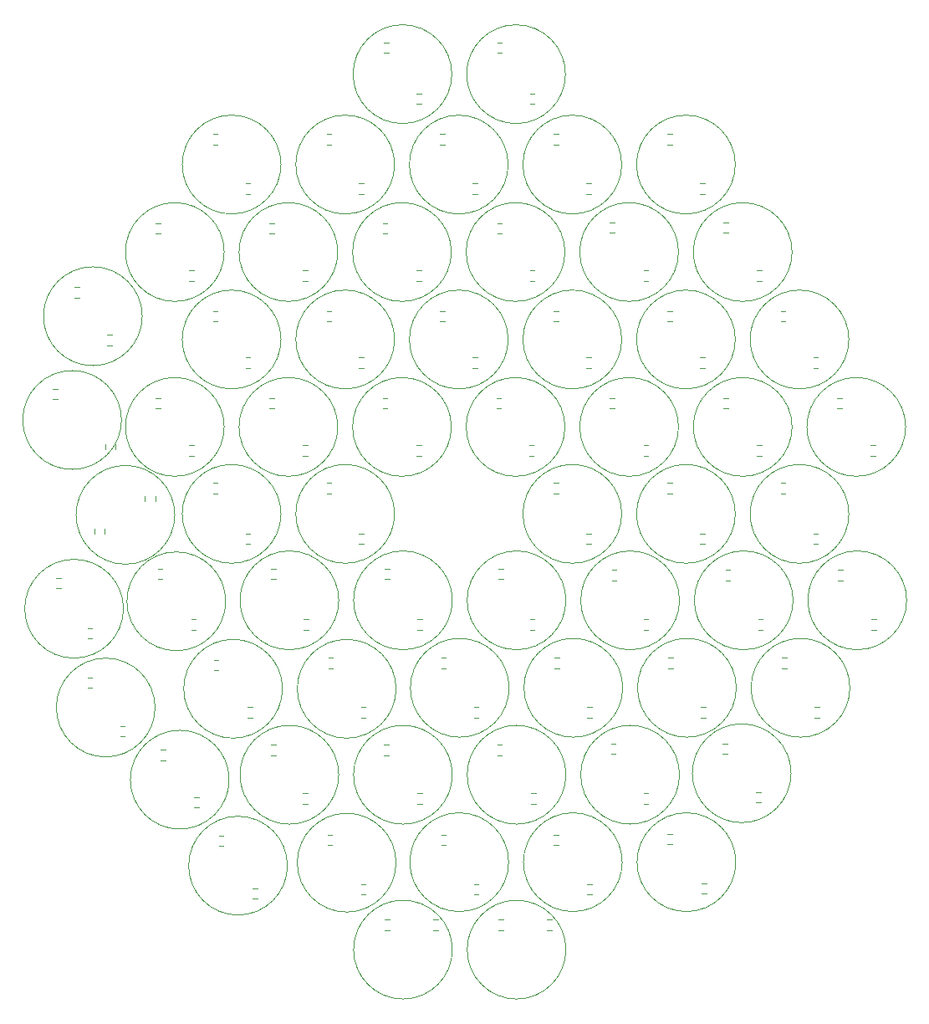
<source format=gbr>
%TF.GenerationSoftware,KiCad,Pcbnew,5.1.10*%
%TF.CreationDate,2021-07-04T18:04:24+02:00*%
%TF.ProjectId,test_10,74657374-5f31-4302-9e6b-696361645f70,0.1*%
%TF.SameCoordinates,Original*%
%TF.FileFunction,Legend,Top*%
%TF.FilePolarity,Positive*%
%FSLAX46Y46*%
G04 Gerber Fmt 4.6, Leading zero omitted, Abs format (unit mm)*
G04 Created by KiCad (PCBNEW 5.1.10) date 2021-07-04 18:04:24*
%MOMM*%
%LPD*%
G01*
G04 APERTURE LIST*
%ADD10C,0.120000*%
G04 APERTURE END LIST*
D10*
%TO.C,R124*%
X365222500Y-242962742D02*
X365222500Y-243437258D01*
X364177500Y-242962742D02*
X364177500Y-243437258D01*
%TO.C,R123*%
X408862742Y-291077500D02*
X409337258Y-291077500D01*
X408862742Y-292122500D02*
X409337258Y-292122500D01*
%TO.C,R122*%
X397362742Y-291077500D02*
X397837258Y-291077500D01*
X397362742Y-292122500D02*
X397837258Y-292122500D01*
%TO.C,R121*%
X358862742Y-237377500D02*
X359337258Y-237377500D01*
X358862742Y-238422500D02*
X359337258Y-238422500D01*
%TO.C,R120*%
X403962742Y-291077500D02*
X404437258Y-291077500D01*
X403962742Y-292122500D02*
X404437258Y-292122500D01*
%TO.C,R119*%
X392462742Y-291077500D02*
X392937258Y-291077500D01*
X392462742Y-292122500D02*
X392937258Y-292122500D01*
%TO.C,LS62*%
X365800000Y-240500000D02*
G75*
G03*
X365800000Y-240500000I-5000000J0D01*
G01*
%TO.C,LS61*%
X410800000Y-294100000D02*
G75*
G03*
X410800000Y-294100000I-5000000J0D01*
G01*
%TO.C,LS60*%
X399300000Y-294100000D02*
G75*
G03*
X399300000Y-294100000I-5000000J0D01*
G01*
%TO.C,LS59*%
X382600000Y-285600000D02*
G75*
G03*
X382600000Y-285600000I-5000000J0D01*
G01*
%TO.C,LS58*%
X393600000Y-285300000D02*
G75*
G03*
X393600000Y-285300000I-5000000J0D01*
G01*
%TO.C,LS32*%
X433800000Y-258750000D02*
G75*
G03*
X433800000Y-258750000I-5000000J0D01*
G01*
%TO.C,LS56*%
X428050000Y-267600000D02*
G75*
G03*
X428050000Y-267600000I-5000000J0D01*
G01*
%TO.C,LS57*%
X399300000Y-276400000D02*
G75*
G03*
X399300000Y-276400000I-5000000J0D01*
G01*
%TO.C,LS55*%
X433700000Y-241200000D02*
G75*
G03*
X433700000Y-241200000I-5000000J0D01*
G01*
%TO.C,LS54*%
X427950000Y-250000000D02*
G75*
G03*
X427950000Y-250000000I-5000000J0D01*
G01*
%TO.C,LS53*%
X422300000Y-258750000D02*
G75*
G03*
X422300000Y-258750000I-5000000J0D01*
G01*
%TO.C,LS52*%
X416550000Y-267600000D02*
G75*
G03*
X416550000Y-267600000I-5000000J0D01*
G01*
%TO.C,LS51*%
X439450000Y-250000000D02*
G75*
G03*
X439450000Y-250000000I-5000000J0D01*
G01*
%TO.C,LS50*%
X399250000Y-205500000D02*
G75*
G03*
X399250000Y-205500000I-5000000J0D01*
G01*
%TO.C,LS49*%
X393450000Y-232350000D02*
G75*
G03*
X393450000Y-232350000I-5000000J0D01*
G01*
%TO.C,LS48*%
X399200000Y-223500000D02*
G75*
G03*
X399200000Y-223500000I-5000000J0D01*
G01*
%TO.C,LS47*%
X416450000Y-214650000D02*
G75*
G03*
X416450000Y-214650000I-5000000J0D01*
G01*
%TO.C,LS46*%
X369200000Y-269600000D02*
G75*
G03*
X369200000Y-269600000I-5000000J0D01*
G01*
%TO.C,LS45*%
X381950000Y-250000000D02*
G75*
G03*
X381950000Y-250000000I-5000000J0D01*
G01*
%TO.C,LS44*%
X387700000Y-241200000D02*
G75*
G03*
X387700000Y-241200000I-5000000J0D01*
G01*
%TO.C,LS43*%
X404950000Y-232350000D02*
G75*
G03*
X404950000Y-232350000I-5000000J0D01*
G01*
%TO.C,LS42*%
X410700000Y-223500000D02*
G75*
G03*
X410700000Y-223500000I-5000000J0D01*
G01*
%TO.C,LS41*%
X427950000Y-214650000D02*
G75*
G03*
X427950000Y-214650000I-5000000J0D01*
G01*
%TO.C,LS19*%
X410700000Y-241200000D02*
G75*
G03*
X410700000Y-241200000I-5000000J0D01*
G01*
%TO.C,LS10*%
X422300000Y-276400000D02*
G75*
G03*
X422300000Y-276400000I-5000000J0D01*
G01*
%TO.C,LS38*%
X376350000Y-258850000D02*
G75*
G03*
X376350000Y-258850000I-5000000J0D01*
G01*
%TO.C,LS37*%
X405000000Y-285250000D02*
G75*
G03*
X405000000Y-285250000I-5000000J0D01*
G01*
%TO.C,LS31*%
X393600000Y-267700000D02*
G75*
G03*
X393600000Y-267700000I-5000000J0D01*
G01*
%TO.C,LS40*%
X387800000Y-276400000D02*
G75*
G03*
X387800000Y-276400000I-5000000J0D01*
G01*
%TO.C,LS39*%
X445200000Y-241200000D02*
G75*
G03*
X445200000Y-241200000I-5000000J0D01*
G01*
%TO.C,LS36*%
X410800000Y-276400000D02*
G75*
G03*
X410800000Y-276400000I-5000000J0D01*
G01*
%TO.C,LS35*%
X439550000Y-267600000D02*
G75*
G03*
X439550000Y-267600000I-5000000J0D01*
G01*
%TO.C,LS34*%
X445300000Y-258750000D02*
G75*
G03*
X445300000Y-258750000I-5000000J0D01*
G01*
%TO.C,LS33*%
X433600000Y-276250000D02*
G75*
G03*
X433600000Y-276250000I-5000000J0D01*
G01*
%TO.C,LS20*%
X376200000Y-241200000D02*
G75*
G03*
X376200000Y-241200000I-5000000J0D01*
G01*
%TO.C,LS18*%
X439450000Y-232350000D02*
G75*
G03*
X439450000Y-232350000I-5000000J0D01*
G01*
%TO.C,LS17*%
X422200000Y-241200000D02*
G75*
G03*
X422200000Y-241200000I-5000000J0D01*
G01*
%TO.C,LS16*%
X416450000Y-250000000D02*
G75*
G03*
X416450000Y-250000000I-5000000J0D01*
G01*
%TO.C,LS15*%
X410800000Y-258750000D02*
G75*
G03*
X410800000Y-258750000I-5000000J0D01*
G01*
%TO.C,LS14*%
X405050000Y-267600000D02*
G75*
G03*
X405050000Y-267600000I-5000000J0D01*
G01*
%TO.C,LS13*%
X410750000Y-205500000D02*
G75*
G03*
X410750000Y-205500000I-5000000J0D01*
G01*
%TO.C,LS12*%
X433700000Y-223500000D02*
G75*
G03*
X433700000Y-223500000I-5000000J0D01*
G01*
%TO.C,LS11*%
X427950000Y-232350000D02*
G75*
G03*
X427950000Y-232350000I-5000000J0D01*
G01*
%TO.C,LS30*%
X416500000Y-285250000D02*
G75*
G03*
X416500000Y-285250000I-5000000J0D01*
G01*
%TO.C,LS29*%
X366000000Y-259600000D02*
G75*
G03*
X366000000Y-259600000I-5000000J0D01*
G01*
%TO.C,LS28*%
X399300000Y-258750000D02*
G75*
G03*
X399300000Y-258750000I-5000000J0D01*
G01*
%TO.C,LS27*%
X382100000Y-267700000D02*
G75*
G03*
X382100000Y-267700000I-5000000J0D01*
G01*
%TO.C,LS26*%
X371200000Y-250100000D02*
G75*
G03*
X371200000Y-250100000I-5000000J0D01*
G01*
%TO.C,LS25*%
X422200000Y-223500000D02*
G75*
G03*
X422200000Y-223500000I-5000000J0D01*
G01*
%TO.C,LS24*%
X416450000Y-232350000D02*
G75*
G03*
X416450000Y-232350000I-5000000J0D01*
G01*
%TO.C,LS23*%
X399200000Y-241200000D02*
G75*
G03*
X399200000Y-241200000I-5000000J0D01*
G01*
%TO.C,LS22*%
X393450000Y-250000000D02*
G75*
G03*
X393450000Y-250000000I-5000000J0D01*
G01*
%TO.C,LS21*%
X387800000Y-258750000D02*
G75*
G03*
X387800000Y-258750000I-5000000J0D01*
G01*
%TO.C,LS9*%
X381950000Y-214650000D02*
G75*
G03*
X381950000Y-214650000I-5000000J0D01*
G01*
%TO.C,LS8*%
X367900000Y-230000000D02*
G75*
G03*
X367900000Y-230000000I-5000000J0D01*
G01*
%TO.C,LS7*%
X376200000Y-223500000D02*
G75*
G03*
X376200000Y-223500000I-5000000J0D01*
G01*
%TO.C,LS6*%
X393450000Y-214650000D02*
G75*
G03*
X393450000Y-214650000I-5000000J0D01*
G01*
%TO.C,LS5*%
X428000000Y-285250000D02*
G75*
G03*
X428000000Y-285250000I-5000000J0D01*
G01*
%TO.C,LS4*%
X381950000Y-232350000D02*
G75*
G03*
X381950000Y-232350000I-5000000J0D01*
G01*
%TO.C,LS3*%
X387700000Y-223500000D02*
G75*
G03*
X387700000Y-223500000I-5000000J0D01*
G01*
%TO.C,LS2*%
X404950000Y-214650000D02*
G75*
G03*
X404950000Y-214650000I-5000000J0D01*
G01*
%TO.C,LS1*%
X376700000Y-276900000D02*
G75*
G03*
X376700000Y-276900000I-5000000J0D01*
G01*
%TO.C,R118*%
X379537258Y-287877500D02*
X379062742Y-287877500D01*
X379537258Y-288922500D02*
X379062742Y-288922500D01*
%TO.C,R109*%
X375662742Y-283622500D02*
X376137258Y-283622500D01*
X375662742Y-282577500D02*
X376137258Y-282577500D01*
%TO.C,R117*%
X390537258Y-287477500D02*
X390062742Y-287477500D01*
X390537258Y-288522500D02*
X390062742Y-288522500D01*
%TO.C,R108*%
X386662742Y-283522500D02*
X387137258Y-283522500D01*
X386662742Y-282477500D02*
X387137258Y-282477500D01*
%TO.C,R116*%
X396237258Y-278277500D02*
X395762742Y-278277500D01*
X396237258Y-279322500D02*
X395762742Y-279322500D01*
%TO.C,R115*%
X424937258Y-269577500D02*
X424462742Y-269577500D01*
X424937258Y-270622500D02*
X424462742Y-270622500D01*
%TO.C,R114*%
X430637258Y-243077500D02*
X430162742Y-243077500D01*
X430637258Y-244122500D02*
X430162742Y-244122500D01*
%TO.C,R113*%
X424837258Y-251977500D02*
X424362742Y-251977500D01*
X424837258Y-253022500D02*
X424362742Y-253022500D01*
%TO.C,R112*%
X419137258Y-260677500D02*
X418662742Y-260677500D01*
X419137258Y-261722500D02*
X418662742Y-261722500D01*
%TO.C,R111*%
X413437258Y-269577500D02*
X412962742Y-269577500D01*
X413437258Y-270622500D02*
X412962742Y-270622500D01*
%TO.C,R110*%
X436337258Y-251977500D02*
X435862742Y-251977500D01*
X436337258Y-253022500D02*
X435862742Y-253022500D01*
%TO.C,R107*%
X392362742Y-274422500D02*
X392837258Y-274422500D01*
X392362742Y-273377500D02*
X392837258Y-273377500D01*
%TO.C,R106*%
X421162742Y-265622500D02*
X421637258Y-265622500D01*
X421162742Y-264577500D02*
X421637258Y-264577500D01*
%TO.C,R105*%
X426762742Y-239322500D02*
X427237258Y-239322500D01*
X426762742Y-238277500D02*
X427237258Y-238277500D01*
%TO.C,R104*%
X421062742Y-247922500D02*
X421537258Y-247922500D01*
X421062742Y-246877500D02*
X421537258Y-246877500D01*
%TO.C,R103*%
X415462742Y-256722500D02*
X415937258Y-256722500D01*
X415462742Y-255677500D02*
X415937258Y-255677500D01*
%TO.C,R102*%
X409662742Y-265622500D02*
X410137258Y-265622500D01*
X409662742Y-264577500D02*
X410137258Y-264577500D01*
%TO.C,R101*%
X432562742Y-247922500D02*
X433037258Y-247922500D01*
X432562742Y-246877500D02*
X433037258Y-246877500D01*
%TO.C,R100*%
X396137258Y-207477500D02*
X395662742Y-207477500D01*
X396137258Y-208522500D02*
X395662742Y-208522500D01*
%TO.C,R99*%
X390337258Y-234177500D02*
X389862742Y-234177500D01*
X390337258Y-235222500D02*
X389862742Y-235222500D01*
%TO.C,R98*%
X396137258Y-225377500D02*
X395662742Y-225377500D01*
X396137258Y-226422500D02*
X395662742Y-226422500D01*
%TO.C,R97*%
X413337258Y-216577500D02*
X412862742Y-216577500D01*
X413337258Y-217622500D02*
X412862742Y-217622500D01*
%TO.C,R96*%
X366137258Y-271477500D02*
X365662742Y-271477500D01*
X366137258Y-272522500D02*
X365662742Y-272522500D01*
%TO.C,R95*%
X378837258Y-251977500D02*
X378362742Y-251977500D01*
X378837258Y-253022500D02*
X378362742Y-253022500D01*
%TO.C,R94*%
X384637258Y-243077500D02*
X384162742Y-243077500D01*
X384637258Y-244122500D02*
X384162742Y-244122500D01*
%TO.C,R93*%
X401837258Y-234177500D02*
X401362742Y-234177500D01*
X401837258Y-235222500D02*
X401362742Y-235222500D01*
%TO.C,R92*%
X407637258Y-225377500D02*
X407162742Y-225377500D01*
X407637258Y-226422500D02*
X407162742Y-226422500D01*
%TO.C,R91*%
X424837258Y-216577500D02*
X424362742Y-216577500D01*
X424837258Y-217622500D02*
X424362742Y-217622500D01*
%TO.C,R90*%
X392362742Y-203322500D02*
X392837258Y-203322500D01*
X392362742Y-202277500D02*
X392837258Y-202277500D01*
%TO.C,R89*%
X386562742Y-230522500D02*
X387037258Y-230522500D01*
X386562742Y-229477500D02*
X387037258Y-229477500D01*
%TO.C,R88*%
X392262742Y-221622500D02*
X392737258Y-221622500D01*
X392262742Y-220577500D02*
X392737258Y-220577500D01*
%TO.C,R87*%
X409562742Y-212622500D02*
X410037258Y-212622500D01*
X409562742Y-211577500D02*
X410037258Y-211577500D01*
%TO.C,R86*%
X362362742Y-267622500D02*
X362837258Y-267622500D01*
X362362742Y-266577500D02*
X362837258Y-266577500D01*
%TO.C,R85*%
X375062742Y-247922500D02*
X375537258Y-247922500D01*
X375062742Y-246877500D02*
X375537258Y-246877500D01*
%TO.C,R84*%
X380762742Y-239322500D02*
X381237258Y-239322500D01*
X380762742Y-238277500D02*
X381237258Y-238277500D01*
%TO.C,R83*%
X398062742Y-230522500D02*
X398537258Y-230522500D01*
X398062742Y-229477500D02*
X398537258Y-229477500D01*
%TO.C,R82*%
X403862742Y-221622500D02*
X404337258Y-221622500D01*
X403862742Y-220577500D02*
X404337258Y-220577500D01*
%TO.C,R81*%
X421062742Y-212622500D02*
X421537258Y-212622500D01*
X421062742Y-211577500D02*
X421537258Y-211577500D01*
%TO.C,R80*%
X384637258Y-278277500D02*
X384162742Y-278277500D01*
X384637258Y-279322500D02*
X384162742Y-279322500D01*
%TO.C,R79*%
X442137258Y-243077500D02*
X441662742Y-243077500D01*
X442137258Y-244122500D02*
X441662742Y-244122500D01*
%TO.C,R78*%
X373337258Y-260677500D02*
X372862742Y-260677500D01*
X373337258Y-261722500D02*
X372862742Y-261722500D01*
%TO.C,R77*%
X401937258Y-287477500D02*
X401462742Y-287477500D01*
X401937258Y-288522500D02*
X401462742Y-288522500D01*
%TO.C,R76*%
X407737258Y-278277500D02*
X407262742Y-278277500D01*
X407737258Y-279322500D02*
X407262742Y-279322500D01*
%TO.C,R75*%
X436437258Y-269577500D02*
X435962742Y-269577500D01*
X436437258Y-270622500D02*
X435962742Y-270622500D01*
%TO.C,R74*%
X442237258Y-260677500D02*
X441762742Y-260677500D01*
X442237258Y-261722500D02*
X441762742Y-261722500D01*
%TO.C,R73*%
X430537258Y-278177500D02*
X430062742Y-278177500D01*
X430537258Y-279222500D02*
X430062742Y-279222500D01*
%TO.C,R40*%
X373137258Y-243077500D02*
X372662742Y-243077500D01*
X373137258Y-244122500D02*
X372662742Y-244122500D01*
%TO.C,R39*%
X407537258Y-243077500D02*
X407062742Y-243077500D01*
X407537258Y-244122500D02*
X407062742Y-244122500D01*
%TO.C,R38*%
X436337258Y-234177500D02*
X435862742Y-234177500D01*
X436337258Y-235222500D02*
X435862742Y-235222500D01*
%TO.C,R37*%
X419137258Y-243077500D02*
X418662742Y-243077500D01*
X419137258Y-244122500D02*
X418662742Y-244122500D01*
%TO.C,R36*%
X413337258Y-251977500D02*
X412862742Y-251977500D01*
X413337258Y-253022500D02*
X412862742Y-253022500D01*
%TO.C,R35*%
X407637258Y-260677500D02*
X407162742Y-260677500D01*
X407637258Y-261722500D02*
X407162742Y-261722500D01*
%TO.C,R34*%
X401937258Y-269577500D02*
X401462742Y-269577500D01*
X401937258Y-270622500D02*
X401462742Y-270622500D01*
%TO.C,R33*%
X407637258Y-207477500D02*
X407162742Y-207477500D01*
X407637258Y-208522500D02*
X407162742Y-208522500D01*
%TO.C,R32*%
X430637258Y-225377500D02*
X430162742Y-225377500D01*
X430637258Y-226422500D02*
X430162742Y-226422500D01*
%TO.C,R31*%
X424837258Y-234177500D02*
X424362742Y-234177500D01*
X424837258Y-235222500D02*
X424362742Y-235222500D01*
%TO.C,R72*%
X430737258Y-260677500D02*
X430262742Y-260677500D01*
X430737258Y-261722500D02*
X430262742Y-261722500D01*
%TO.C,R71*%
X390537258Y-269577500D02*
X390062742Y-269577500D01*
X390537258Y-270622500D02*
X390062742Y-270622500D01*
%TO.C,R70*%
X380962742Y-274422500D02*
X381437258Y-274422500D01*
X380962742Y-273377500D02*
X381437258Y-273377500D01*
%TO.C,R69*%
X438262742Y-239322500D02*
X438737258Y-239322500D01*
X438262742Y-238277500D02*
X438737258Y-238277500D01*
%TO.C,R68*%
X369462742Y-256622500D02*
X369937258Y-256622500D01*
X369462742Y-255577500D02*
X369937258Y-255577500D01*
%TO.C,R67*%
X398162742Y-283522500D02*
X398637258Y-283522500D01*
X398162742Y-282477500D02*
X398637258Y-282477500D01*
%TO.C,R66*%
X403862742Y-274422500D02*
X404337258Y-274422500D01*
X403862742Y-273377500D02*
X404337258Y-273377500D01*
%TO.C,R65*%
X432662742Y-265622500D02*
X433137258Y-265622500D01*
X432662742Y-264577500D02*
X433137258Y-264577500D01*
%TO.C,R64*%
X438362742Y-256722500D02*
X438837258Y-256722500D01*
X438362742Y-255677500D02*
X438837258Y-255677500D01*
%TO.C,R63*%
X426662742Y-274322500D02*
X427137258Y-274322500D01*
X426662742Y-273277500D02*
X427137258Y-273277500D01*
%TO.C,R30*%
X369262742Y-239322500D02*
X369737258Y-239322500D01*
X369262742Y-238277500D02*
X369737258Y-238277500D01*
%TO.C,R29*%
X403762742Y-239322500D02*
X404237258Y-239322500D01*
X403762742Y-238277500D02*
X404237258Y-238277500D01*
%TO.C,R28*%
X432562742Y-230522500D02*
X433037258Y-230522500D01*
X432562742Y-229477500D02*
X433037258Y-229477500D01*
%TO.C,R27*%
X415262742Y-239322500D02*
X415737258Y-239322500D01*
X415262742Y-238277500D02*
X415737258Y-238277500D01*
%TO.C,R26*%
X409562742Y-247922500D02*
X410037258Y-247922500D01*
X409562742Y-246877500D02*
X410037258Y-246877500D01*
%TO.C,R25*%
X403962742Y-256622500D02*
X404437258Y-256622500D01*
X403962742Y-255577500D02*
X404437258Y-255577500D01*
%TO.C,R24*%
X398162742Y-265622500D02*
X398637258Y-265622500D01*
X398162742Y-264577500D02*
X398637258Y-264577500D01*
%TO.C,R23*%
X403862742Y-203322500D02*
X404337258Y-203322500D01*
X403862742Y-202277500D02*
X404337258Y-202277500D01*
%TO.C,R22*%
X426762742Y-221522500D02*
X427237258Y-221522500D01*
X426762742Y-220477500D02*
X427237258Y-220477500D01*
%TO.C,R21*%
X421062742Y-230522500D02*
X421537258Y-230522500D01*
X421062742Y-229477500D02*
X421537258Y-229477500D01*
%TO.C,R62*%
X426962742Y-256722500D02*
X427437258Y-256722500D01*
X426962742Y-255677500D02*
X427437258Y-255677500D01*
%TO.C,R61*%
X386762742Y-265622500D02*
X387237258Y-265622500D01*
X386762742Y-264577500D02*
X387237258Y-264577500D01*
%TO.C,R60*%
X413437258Y-287477500D02*
X412962742Y-287477500D01*
X413437258Y-288522500D02*
X412962742Y-288522500D01*
%TO.C,R59*%
X362837258Y-261577500D02*
X362362742Y-261577500D01*
X362837258Y-262622500D02*
X362362742Y-262622500D01*
%TO.C,R58*%
X396237258Y-260677500D02*
X395762742Y-260677500D01*
X396237258Y-261722500D02*
X395762742Y-261722500D01*
%TO.C,R57*%
X379037258Y-269577500D02*
X378562742Y-269577500D01*
X379037258Y-270622500D02*
X378562742Y-270622500D01*
%TO.C,R56*%
X368177500Y-248212742D02*
X368177500Y-248687258D01*
X369222500Y-248212742D02*
X369222500Y-248687258D01*
%TO.C,R55*%
X419137258Y-225377500D02*
X418662742Y-225377500D01*
X419137258Y-226422500D02*
X418662742Y-226422500D01*
%TO.C,R54*%
X413337258Y-234177500D02*
X412862742Y-234177500D01*
X413337258Y-235222500D02*
X412862742Y-235222500D01*
%TO.C,R53*%
X396137258Y-243077500D02*
X395662742Y-243077500D01*
X396137258Y-244122500D02*
X395662742Y-244122500D01*
%TO.C,R20*%
X419137258Y-278277500D02*
X418662742Y-278277500D01*
X419137258Y-279322500D02*
X418662742Y-279322500D01*
%TO.C,R19*%
X378837258Y-216577500D02*
X378362742Y-216577500D01*
X378837258Y-217622500D02*
X378362742Y-217622500D01*
%TO.C,R18*%
X364837258Y-231877500D02*
X364362742Y-231877500D01*
X364837258Y-232922500D02*
X364362742Y-232922500D01*
%TO.C,R17*%
X373137258Y-225377500D02*
X372662742Y-225377500D01*
X373137258Y-226422500D02*
X372662742Y-226422500D01*
%TO.C,R16*%
X390337258Y-216577500D02*
X389862742Y-216577500D01*
X390337258Y-217622500D02*
X389862742Y-217622500D01*
%TO.C,R15*%
X425037258Y-287377500D02*
X424562742Y-287377500D01*
X425037258Y-288422500D02*
X424562742Y-288422500D01*
%TO.C,R14*%
X378837258Y-234177500D02*
X378362742Y-234177500D01*
X378837258Y-235222500D02*
X378362742Y-235222500D01*
%TO.C,R13*%
X384637258Y-225377500D02*
X384162742Y-225377500D01*
X384637258Y-226422500D02*
X384162742Y-226422500D01*
%TO.C,R12*%
X401837258Y-216577500D02*
X401362742Y-216577500D01*
X401837258Y-217622500D02*
X401362742Y-217622500D01*
%TO.C,R11*%
X373637258Y-278677500D02*
X373162742Y-278677500D01*
X373637258Y-279722500D02*
X373162742Y-279722500D01*
%TO.C,R52*%
X390337258Y-251977500D02*
X389862742Y-251977500D01*
X390337258Y-253022500D02*
X389862742Y-253022500D01*
%TO.C,R51*%
X384737258Y-260677500D02*
X384262742Y-260677500D01*
X384737258Y-261722500D02*
X384262742Y-261722500D01*
%TO.C,R50*%
X409562742Y-283522500D02*
X410037258Y-283522500D01*
X409562742Y-282477500D02*
X410037258Y-282477500D01*
%TO.C,R49*%
X359162742Y-257522500D02*
X359637258Y-257522500D01*
X359162742Y-256477500D02*
X359637258Y-256477500D01*
%TO.C,R48*%
X392462742Y-256622500D02*
X392937258Y-256622500D01*
X392462742Y-255577500D02*
X392937258Y-255577500D01*
%TO.C,R47*%
X375162742Y-265822500D02*
X375637258Y-265822500D01*
X375162742Y-264777500D02*
X375637258Y-264777500D01*
%TO.C,R46*%
X364122500Y-251987258D02*
X364122500Y-251512742D01*
X363077500Y-251987258D02*
X363077500Y-251512742D01*
%TO.C,R45*%
X415262742Y-221522500D02*
X415737258Y-221522500D01*
X415262742Y-220477500D02*
X415737258Y-220477500D01*
%TO.C,R44*%
X409562742Y-230522500D02*
X410037258Y-230522500D01*
X409562742Y-229477500D02*
X410037258Y-229477500D01*
%TO.C,R43*%
X392262742Y-239322500D02*
X392737258Y-239322500D01*
X392262742Y-238277500D02*
X392737258Y-238277500D01*
%TO.C,R10*%
X415362742Y-274322500D02*
X415837258Y-274322500D01*
X415362742Y-273277500D02*
X415837258Y-273277500D01*
%TO.C,R9*%
X375062742Y-212622500D02*
X375537258Y-212622500D01*
X375062742Y-211577500D02*
X375537258Y-211577500D01*
%TO.C,R8*%
X361062742Y-228122500D02*
X361537258Y-228122500D01*
X361062742Y-227077500D02*
X361537258Y-227077500D01*
%TO.C,R7*%
X369262742Y-221622500D02*
X369737258Y-221622500D01*
X369262742Y-220577500D02*
X369737258Y-220577500D01*
%TO.C,R6*%
X386562742Y-212622500D02*
X387037258Y-212622500D01*
X386562742Y-211577500D02*
X387037258Y-211577500D01*
%TO.C,R5*%
X421062742Y-283422500D02*
X421537258Y-283422500D01*
X421062742Y-282377500D02*
X421537258Y-282377500D01*
%TO.C,R4*%
X375062742Y-230522500D02*
X375537258Y-230522500D01*
X375062742Y-229477500D02*
X375537258Y-229477500D01*
%TO.C,R3*%
X380762742Y-221622500D02*
X381237258Y-221622500D01*
X380762742Y-220577500D02*
X381237258Y-220577500D01*
%TO.C,R2*%
X398062742Y-212622500D02*
X398537258Y-212622500D01*
X398062742Y-211577500D02*
X398537258Y-211577500D01*
%TO.C,R1*%
X369762742Y-274922500D02*
X370237258Y-274922500D01*
X369762742Y-273877500D02*
X370237258Y-273877500D01*
%TO.C,R42*%
X386562742Y-247922500D02*
X387037258Y-247922500D01*
X386562742Y-246877500D02*
X387037258Y-246877500D01*
%TO.C,R41*%
X380962742Y-256622500D02*
X381437258Y-256622500D01*
X380962742Y-255577500D02*
X381437258Y-255577500D01*
%TD*%
M02*

</source>
